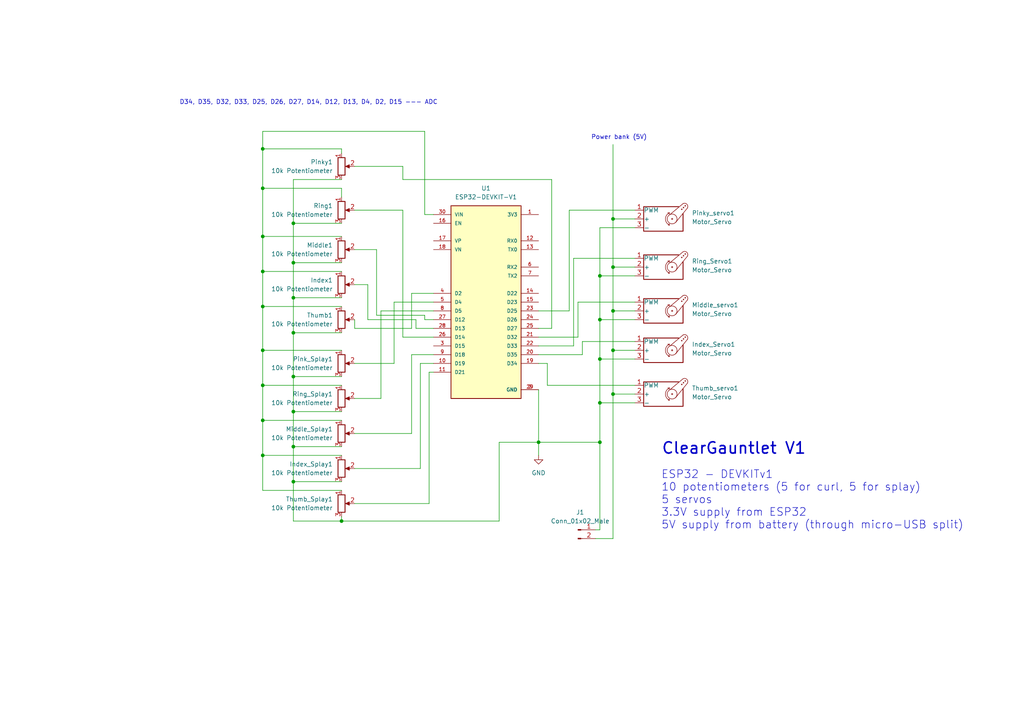
<source format=kicad_sch>
(kicad_sch (version 20211123) (generator eeschema)
  (paper "A4")
  (title_block (title "ClearGauntlet") (date "2022-10-31") (rev "v1"))
  (lib_symbols
    (symbol "Connector:Conn_01x02_Male" (pin_names (offset 1.016) hide)
      (property "Reference" "J" (at 0 2.54 0))
      (property "Value" "Conn_01x02_Male" (at 0 -5.08 0))
      (symbol "Conn_01x02_Male_1_1"
        (polyline (pts (xy 1.27 -2.54) (xy 0.8636 -2.54)) (stroke (width 0.1524)))
        (polyline (pts (xy 1.27 0) (xy 0.8636 0)) (stroke (width 0.1524)))
        (rectangle (start 0.8636 -2.413) (end 0 -2.667) (stroke (width 0.1524)) (fill (type outline)))
        (rectangle (start 0.8636 0.127) (end 0 -0.127) (stroke (width 0.1524)) (fill (type outline)))
        (pin passive line (at 5.08 0 180) (length 3.81) (name "Pin_1") (number "1"))
        (pin passive line (at 5.08 -2.54 180) (length 3.81) (name "Pin_2") (number "2"))
      )
    )
    (symbol "Device:R_Potentiometer" (pin_names (offset 1.016) hide)
      (property "Reference" "RV" (at -4.445 0 90))
      (property "Value" "R_Potentiometer" (at -2.54 0 90))
      (symbol "R_Potentiometer_0_1"
        (polyline (pts (xy 2.54 0) (xy 1.524 0)))
        (polyline (pts (xy 1.143 0) (xy 2.286 0.508) (xy 2.286 -0.508) (xy 1.143 0)) (fill (type outline)))
        (rectangle (start 1.016 2.54) (end -1.016 -2.54) (stroke (width 0.254)))
      )
      (symbol "R_Potentiometer_1_1"
        (pin passive line (at 0 3.81 270) (length 1.27) (name "1") (number "1"))
        (pin passive line (at 3.81 0 180) (length 1.27) (name "2") (number "2"))
        (pin passive line (at 0 -3.81 90) (length 1.27) (name "3") (number "3"))
      )
    )
    (symbol "ESP32-DEVKIT-V1:ESP32-DEVKIT-V1" (pin_names (offset 1.016))
      (property "Reference" "U" (at -10.16 30.48 0))
      (property "Value" "ESP32-DEVKIT-V1" (at -10.16 -30.48 0))
      (symbol "ESP32-DEVKIT-V1_0_0"
        (rectangle (start -10.16 -27.94) (end 10.16 27.94) (stroke (width 0.254)) (fill (type background)))
        (pin output line (at 15.24 25.4 180) (length 5.08) (name "3V3") (number "1"))
        (pin bidirectional line (at -15.24 -17.78 0) (length 5.08) (name "D19") (number "10"))
        (pin bidirectional line (at -15.24 -20.32 0) (length 5.08) (name "D21") (number "11"))
        (pin input line (at 15.24 17.78 180) (length 5.08) (name "RX0") (number "12"))
        (pin output line (at 15.24 15.24 180) (length 5.08) (name "TX0") (number "13"))
        (pin bidirectional line (at 15.24 2.54 180) (length 5.08) (name "D22") (number "14"))
        (pin bidirectional line (at 15.24 0 180) (length 5.08) (name "D23") (number "15"))
        (pin input line (at -15.24 22.86 0) (length 5.08) (name "EN") (number "16"))
        (pin bidirectional line (at -15.24 17.78 0) (length 5.08) (name "VP") (number "17"))
        (pin bidirectional line (at -15.24 15.24 0) (length 5.08) (name "VN") (number "18"))
        (pin bidirectional line (at 15.24 -17.78 180) (length 5.08) (name "D34") (number "19"))
        (pin power_in line (at 15.24 -25.4 180) (length 5.08) (name "GND") (number "2"))
        (pin bidirectional line (at 15.24 -15.24 180) (length 5.08) (name "D35") (number "20"))
        (pin bidirectional line (at 15.24 -10.16 180) (length 5.08) (name "D32") (number "21"))
        (pin bidirectional line (at 15.24 -12.7 180) (length 5.08) (name "D33") (number "22"))
        (pin bidirectional line (at 15.24 -2.54 180) (length 5.08) (name "D25") (number "23"))
        (pin bidirectional line (at 15.24 -5.08 180) (length 5.08) (name "D26") (number "24"))
        (pin bidirectional line (at 15.24 -7.62 180) (length 5.08) (name "D27") (number "25"))
        (pin bidirectional line (at -15.24 -10.16 0) (length 5.08) (name "D14") (number "26"))
        (pin bidirectional line (at -15.24 -5.08 0) (length 5.08) (name "D12") (number "27"))
        (pin bidirectional line (at -15.24 -7.62 0) (length 5.08) (name "D13") (number "28"))
        (pin power_in line (at 15.24 -25.4 180) (length 5.08) (name "GND") (number "29"))
        (pin bidirectional line (at -15.24 -12.7 0) (length 5.08) (name "D15") (number "3"))
        (pin input line (at -15.24 25.4 0) (length 5.08) (name "VIN") (number "30"))
        (pin bidirectional line (at -15.24 2.54 0) (length 5.08) (name "D2") (number "4"))
        (pin bidirectional line (at -15.24 0 0) (length 5.08) (name "D4") (number "5"))
        (pin input line (at 15.24 10.16 180) (length 5.08) (name "RX2") (number "6"))
        (pin output line (at 15.24 7.62 180) (length 5.08) (name "TX2") (number "7"))
        (pin bidirectional line (at -15.24 -2.54 0) (length 5.08) (name "D5") (number "8"))
        (pin bidirectional line (at -15.24 -15.24 0) (length 5.08) (name "D18") (number "9"))
      )
    )
    (symbol "Motor:Motor_Servo" (pin_names (offset 0.0254))
      (property "Reference" "M" (at -5.08 4.445 0))
      (property "Value" "Motor_Servo" (at -5.08 -4.064 0))
      (symbol "Motor_Servo_0_1"
        (polyline (pts (xy 2.413 -1.778) (xy 2.032 -1.778)))
        (polyline (pts (xy 2.413 -1.778) (xy 2.286 -1.397)))
        (polyline (pts (xy 2.413 1.778) (xy 1.905 1.778)))
        (polyline (pts (xy 2.413 1.778) (xy 2.286 1.397)))
        (polyline (pts (xy 6.35 4.445) (xy 2.54 1.27)))
        (polyline (pts (xy 7.62 3.175) (xy 4.191 -1.016)))
        (polyline (pts (xy 5.08 3.556) (xy -5.08 3.556) (xy -5.08 -3.556) (xy 6.35 -3.556) (xy 6.35 1.524)) (stroke (width 0.254)))
        (arc (start 2.413 1.778) (mid 1.2406 0) (end 2.413 -1.778))
        (circle (center 3.175 0) (radius 0.1778))
        (circle (center 3.175 0) (radius 1.4224))
        (circle (center 5.969 2.794) (radius 0.127))
        (circle (center 6.477 3.302) (radius 0.127))
        (circle (center 6.985 3.81) (radius 0.127))
        (arc (start 7.62 3.175) (mid 7.4485 4.2735) (end 6.35 4.445))
      )
      (symbol "Motor_Servo_1_1"
        (pin passive line (at -7.62 2.54 0) (length 2.54) (name "PWM") (number "1"))
        (pin passive line (at -7.62 0 0) (length 2.54) (name "+") (number "2"))
        (pin passive line (at -7.62 -2.54 0) (length 2.54) (name "-") (number "3"))
      )
    )
    (symbol "power:GND" (power) (pin_names (offset 0))
      (property "Value" "GND" (at 0 -3.81 0))
      (symbol "GND_0_1"
        (polyline (pts (xy 0 0) (xy 0 -1.27) (xy 1.27 -1.27) (xy 0 -2.54) (xy -1.27 -1.27) (xy 0 -1.27)))
      )
      (symbol "GND_1_1"
        (pin power_in line (at 0 0 270) (length 0) hide (name "GND") (number "1"))
      )
    )
  )
  (junction (at 173.99 116.84))
  (junction (at 177.8 77.47))
  (junction (at 76.2 101.6))
  (junction (at 76.2 121.92))
  (junction (at 76.2 54.61))
  (junction (at 85.09 76.2))
  (junction (at 76.2 88.9))
  (junction (at 99.06 151.13))
  (junction (at 177.8 63.5))
  (junction (at 173.99 128.27))
  (junction (at 76.2 43.18))
  (junction (at 76.2 132.08))
  (junction (at 85.09 64.77))
  (junction (at 76.2 78.74))
  (junction (at 85.09 86.36))
  (junction (at 85.09 96.52))
  (junction (at 177.8 114.3))
  (junction (at 85.09 119.38))
  (junction (at 85.09 139.7))
  (junction (at 177.8 101.6))
  (junction (at 173.99 92.71))
  (junction (at 76.2 111.76))
  (junction (at 85.09 109.22))
  (junction (at 156.21 128.27))
  (junction (at 85.09 129.54))
  (junction (at 177.8 90.17))
  (junction (at 173.99 104.14))
  (junction (at 76.2 68.58))
  (junction (at 173.99 80.01))
  (wire (pts (xy 116.84 97.79) (xy 125.73 97.79)))
  (wire (pts (xy 184.15 111.76) (xy 158.75 111.76)))
  (wire (pts (xy 76.2 38.1) (xy 123.19 38.1)))
  (wire (pts (xy 85.09 86.36) (xy 99.06 86.36)))
  (wire (pts (xy 76.2 142.24) (xy 99.06 142.24)))
  (wire (pts (xy 76.2 121.92) (xy 99.06 121.92)))
  (wire (pts (xy 106.68 92.71) (xy 120.65 92.71)))
  (wire (pts (xy 158.75 105.41) (xy 156.21 105.41)))
  (wire (pts (xy 102.87 48.26) (xy 116.84 48.26)))
  (wire (pts (xy 173.99 116.84) (xy 173.99 128.27)))
  (wire (pts (xy 114.3 87.63) (xy 125.73 87.63)))
  (wire (pts (xy 85.09 109.22) (xy 99.06 109.22)))
  (wire (pts (xy 85.09 139.7) (xy 85.09 151.13)))
  (wire (pts (xy 184.15 74.93) (xy 166.37 74.93)))
  (wire (pts (xy 85.09 52.07) (xy 99.06 52.07)))
  (wire (pts (xy 173.99 153.67) (xy 172.72 153.67)))
  (wire (pts (xy 76.2 78.74) (xy 99.06 78.74)))
  (wire (pts (xy 102.87 92.71) (xy 102.87 95.25)))
  (wire (pts (xy 85.09 139.7) (xy 99.06 139.7)))
  (wire (pts (xy 119.38 85.09) (xy 119.38 95.25)))
  (wire (pts (xy 114.3 105.41) (xy 114.3 87.63)))
  (wire (pts (xy 85.09 76.2) (xy 85.09 86.36)))
  (wire (pts (xy 184.15 80.01) (xy 173.99 80.01)))
  (wire (pts (xy 166.37 74.93) (xy 166.37 100.33)))
  (wire (pts (xy 116.84 52.07) (xy 160.02 52.07)))
  (wire (pts (xy 165.1 60.96) (xy 165.1 90.17)))
  (wire (pts (xy 184.15 60.96) (xy 165.1 60.96)))
  (wire (pts (xy 85.09 64.77) (xy 99.06 64.77)))
  (wire (pts (xy 121.92 105.41) (xy 121.92 135.89)))
  (wire (pts (xy 116.84 48.26) (xy 116.84 52.07)))
  (wire (pts (xy 76.2 38.1) (xy 76.2 43.18)))
  (wire (pts (xy 173.99 92.71) (xy 173.99 104.14)))
  (wire (pts (xy 99.06 57.15) (xy 99.06 54.61)))
  (wire (pts (xy 106.68 82.55) (xy 106.68 92.71)))
  (wire (pts (xy 160.02 52.07) (xy 160.02 95.25)))
  (wire (pts (xy 119.38 102.87) (xy 125.73 102.87)))
  (wire (pts (xy 168.91 99.06) (xy 168.91 102.87)))
  (wire (pts (xy 125.73 90.17) (xy 110.49 90.17)))
  (wire (pts (xy 85.09 96.52) (xy 85.09 109.22)))
  (wire (pts (xy 173.99 104.14) (xy 184.15 104.14)))
  (wire (pts (xy 109.22 91.44) (xy 123.19 91.44)))
  (wire (pts (xy 99.06 88.9) (xy 76.2 88.9)))
  (wire (pts (xy 123.19 38.1) (xy 123.19 62.23)))
  (wire (pts (xy 120.65 92.71) (xy 120.65 95.25)))
  (wire (pts (xy 144.78 151.13) (xy 144.78 128.27)))
  (wire (pts (xy 123.19 92.71) (xy 125.73 92.71)))
  (wire (pts (xy 177.8 114.3) (xy 184.15 114.3)))
  (wire (pts (xy 85.09 86.36) (xy 85.09 96.52)))
  (wire (pts (xy 76.2 54.61) (xy 76.2 68.58)))
  (wire (pts (xy 177.8 101.6) (xy 184.15 101.6)))
  (wire (pts (xy 119.38 125.73) (xy 119.38 102.87)))
  (wire (pts (xy 123.19 91.44) (xy 123.19 92.71)))
  (wire (pts (xy 177.8 63.5) (xy 177.8 77.47)))
  (wire (pts (xy 85.09 151.13) (xy 99.06 151.13)))
  (wire (pts (xy 124.46 107.95) (xy 125.73 107.95)))
  (wire (pts (xy 85.09 109.22) (xy 85.09 119.38)))
  (wire (pts (xy 156.21 113.03) (xy 156.21 128.27)))
  (wire (pts (xy 76.2 43.18) (xy 76.2 54.61)))
  (wire (pts (xy 76.2 68.58) (xy 99.06 68.58)))
  (wire (pts (xy 168.91 102.87) (xy 156.21 102.87)))
  (wire (pts (xy 184.15 66.04) (xy 173.99 66.04)))
  (wire (pts (xy 173.99 80.01) (xy 173.99 92.71)))
  (wire (pts (xy 76.2 101.6) (xy 76.2 111.76)))
  (wire (pts (xy 76.2 132.08) (xy 99.06 132.08)))
  (wire (pts (xy 85.09 119.38) (xy 99.06 119.38)))
  (wire (pts (xy 102.87 72.39) (xy 109.22 72.39)))
  (wire (pts (xy 76.2 121.92) (xy 76.2 132.08)))
  (wire (pts (xy 177.8 90.17) (xy 177.8 101.6)))
  (wire (pts (xy 99.06 151.13) (xy 144.78 151.13)))
  (wire (pts (xy 85.09 129.54) (xy 99.06 129.54)))
  (wire (pts (xy 173.99 116.84) (xy 184.15 116.84)))
  (wire (pts (xy 119.38 85.09) (xy 125.73 85.09)))
  (wire (pts (xy 99.06 151.13) (xy 99.06 149.86)))
  (wire (pts (xy 85.09 76.2) (xy 99.06 76.2)))
  (wire (pts (xy 76.2 88.9) (xy 76.2 101.6)))
  (wire (pts (xy 184.15 99.06) (xy 168.91 99.06)))
  (wire (pts (xy 76.2 111.76) (xy 76.2 121.92)))
  (wire (pts (xy 144.78 128.27) (xy 156.21 128.27)))
  (wire (pts (xy 177.8 90.17) (xy 184.15 90.17)))
  (wire (pts (xy 156.21 128.27) (xy 156.21 132.08)))
  (wire (pts (xy 76.2 101.6) (xy 99.06 101.6)))
  (wire (pts (xy 177.8 101.6) (xy 177.8 114.3)))
  (wire (pts (xy 160.02 95.25) (xy 156.21 95.25)))
  (wire (pts (xy 85.09 64.77) (xy 85.09 52.07)))
  (wire (pts (xy 76.2 54.61) (xy 99.06 54.61)))
  (wire (pts (xy 85.09 96.52) (xy 99.06 96.52)))
  (wire (pts (xy 124.46 107.95) (xy 124.46 146.05)))
  (wire (pts (xy 177.8 156.21) (xy 172.72 156.21)))
  (wire (pts (xy 85.09 64.77) (xy 85.09 76.2)))
  (wire (pts (xy 173.99 128.27) (xy 173.99 153.67)))
  (wire (pts (xy 76.2 68.58) (xy 76.2 78.74)))
  (wire (pts (xy 173.99 104.14) (xy 173.99 116.84)))
  (wire (pts (xy 173.99 92.71) (xy 184.15 92.71)))
  (wire (pts (xy 99.06 43.18) (xy 76.2 43.18)))
  (wire (pts (xy 167.64 97.79) (xy 156.21 97.79)))
  (wire (pts (xy 119.38 125.73) (xy 102.87 125.73)))
  (wire (pts (xy 125.73 105.41) (xy 121.92 105.41)))
  (wire (pts (xy 167.64 87.63) (xy 167.64 97.79)))
  (wire (pts (xy 156.21 90.17) (xy 165.1 90.17)))
  (wire (pts (xy 173.99 128.27) (xy 156.21 128.27)))
  (wire (pts (xy 102.87 82.55) (xy 106.68 82.55)))
  (wire (pts (xy 109.22 72.39) (xy 109.22 91.44)))
  (wire (pts (xy 166.37 100.33) (xy 156.21 100.33)))
  (wire (pts (xy 158.75 111.76) (xy 158.75 105.41)))
  (wire (pts (xy 99.06 44.45) (xy 99.06 43.18)))
  (wire (pts (xy 119.38 95.25) (xy 102.87 95.25)))
  (wire (pts (xy 110.49 90.17) (xy 110.49 115.57)))
  (wire (pts (xy 76.2 132.08) (xy 76.2 142.24)))
  (wire (pts (xy 120.65 95.25) (xy 125.73 95.25)))
  (wire (pts (xy 177.8 41.91) (xy 177.8 63.5)))
  (wire (pts (xy 102.87 105.41) (xy 114.3 105.41)))
  (wire (pts (xy 121.92 135.89) (xy 102.87 135.89)))
  (wire (pts (xy 110.49 115.57) (xy 102.87 115.57)))
  (wire (pts (xy 184.15 87.63) (xy 167.64 87.63)))
  (wire (pts (xy 177.8 77.47) (xy 177.8 90.17)))
  (wire (pts (xy 102.87 146.05) (xy 124.46 146.05)))
  (wire (pts (xy 173.99 66.04) (xy 173.99 80.01)))
  (wire (pts (xy 102.87 60.96) (xy 116.84 60.96)))
  (wire (pts (xy 116.84 60.96) (xy 116.84 97.79)))
  (wire (pts (xy 85.09 129.54) (xy 85.09 139.7)))
  (wire (pts (xy 184.15 63.5) (xy 177.8 63.5)))
  (wire (pts (xy 85.09 119.38) (xy 85.09 129.54)))
  (wire (pts (xy 76.2 78.74) (xy 76.2 88.9)))
  (wire (pts (xy 177.8 77.47) (xy 184.15 77.47)))
  (wire (pts (xy 123.19 62.23) (xy 125.73 62.23)))
  (wire (pts (xy 177.8 114.3) (xy 177.8 156.21)))
  (wire (pts (xy 76.2 111.76) (xy 99.06 111.76)))
  (text "D34, D35, D32, D33, D25, D26, D27, D14, D12, D13, D4, D2, D15 --- ADC" (at 52.07 30.48 0) (effects (font (size 1.27 1.27)) (justify left bottom)))
  (text "ClearGauntlet V1\n" (at 191.77 132.08 0) (effects (font (size 3.27 3.27) (thickness 0.454) bold) (justify left bottom)))
  (text "ESP32 - DEVKITv1\n10 potentiometers (5 for curl, 5 for splay)\n5 servos \n3.3V supply from ESP32\n5V supply from battery (through micro-USB split)" (at 191.77 153.67 0) (effects (font (size 2.27 2.27)) (justify left bottom)))
  (text "Power bank (5V)" (at 171.45 40.64 0) (effects (font (size 1.27 1.27)) (justify left bottom)))
  (symbol (lib_id "Motor:Motor_Servo") (at 191.77 114.3 0) (unit 1)
    (property "Reference" "Thumb_servo1" (at 200.66 112.5965 0) (effects (justify left)))
    (property "Value" "Motor_Servo" (at 200.66 115.1365 0) (effects (justify left)))
    (property "Footprint" "Connector_PinHeader_2.54mm:PinHeader_1x03_P2.54mm_Vertical" (effects hide))
    (property "Datasheet" "http://forums.parallax.com/uploads/attachments/46831/74481.png" (effects hide))
  )
  (symbol (lib_id "power:GND") (at 156.21 132.08 0) (unit 1)
    (property "Reference" "#PWR0101" (effects hide))
    (property "Value" "GND" (at 156.21 137.16 0))
  )
  (symbol (lib_id "Device:R_Potentiometer") (at 99.06 146.05 0) (unit 1)
    (property "Reference" "Thumb_Splay1" (at 96.52 144.7799 0) (effects (justify right)))
    (property "Value" "10k Potentiometer" (at 96.52 147.3199 0) (effects (justify right)))
    (property "Footprint" "Connector_PinHeader_2.54mm:PinHeader_1x03_P2.54mm_Vertical" (effects hide))
  )
  (symbol (lib_id "Device:R_Potentiometer") (at 99.06 105.41 0) (unit 1)
    (property "Reference" "Pink_Splay1" (at 96.52 104.1399 0) (effects (justify right)))
    (property "Value" "10k Potentiometer" (at 96.52 106.6799 0) (effects (justify right)))
    (property "Footprint" "Connector_PinHeader_2.54mm:PinHeader_1x03_P2.54mm_Vertical" (effects hide))
  )
  (symbol (lib_id "Device:R_Potentiometer") (at 99.06 92.71 0) (unit 1)
    (property "Reference" "Thumb1" (at 96.52 91.4399 0) (effects (justify right)))
    (property "Value" "10k Potentiometer" (at 96.52 93.9799 0) (effects (justify right)))
    (property "Footprint" "Connector_PinHeader_2.54mm:PinHeader_1x03_P2.54mm_Vertical" (effects hide))
  )
  (symbol (lib_id "Motor:Motor_Servo") (at 191.77 101.6 0) (unit 1)
    (property "Reference" "Index_Servo1" (at 200.66 99.8965 0) (effects (justify left)))
    (property "Value" "Motor_Servo" (at 200.66 102.4365 0) (effects (justify left)))
    (property "Footprint" "Connector_PinHeader_2.54mm:PinHeader_1x03_P2.54mm_Vertical" (effects hide))
    (property "Datasheet" "http://forums.parallax.com/uploads/attachments/46831/74481.png" (effects hide))
  )
  (symbol (lib_id "Device:R_Potentiometer") (at 99.06 82.55 0) (unit 1)
    (property "Reference" "Index1" (at 96.52 81.2799 0) (effects (justify right)))
    (property "Value" "10k Potentiometer" (at 96.52 83.8199 0) (effects (justify right)))
    (property "Footprint" "Connector_PinHeader_2.54mm:PinHeader_1x03_P2.54mm_Vertical" (effects hide))
  )
  (symbol (lib_id "Device:R_Potentiometer") (at 99.06 125.73 0) (unit 1)
    (property "Reference" "Middle_Splay1" (at 96.52 124.4599 0) (effects (justify right)))
    (property "Value" "10k Potentiometer" (at 96.52 126.9999 0) (effects (justify right)))
    (property "Footprint" "Connector_PinHeader_2.54mm:PinHeader_1x03_P2.54mm_Vertical" (effects hide))
  )
  (symbol (lib_id "Device:R_Potentiometer") (at 99.06 60.96 0) (unit 1)
    (property "Reference" "Ring1" (at 96.52 59.6899 0) (effects (justify right)))
    (property "Value" "10k Potentiometer" (at 96.52 62.2299 0) (effects (justify right)))
    (property "Footprint" "Connector_PinHeader_2.54mm:PinHeader_1x03_P2.54mm_Vertical" (effects hide))
  )
  (symbol (lib_id "Motor:Motor_Servo") (at 191.77 90.17 0) (unit 1)
    (property "Reference" "Middle_servo1" (at 200.66 88.4665 0) (effects (justify left)))
    (property "Value" "Motor_Servo" (at 200.66 91.0065 0) (effects (justify left)))
    (property "Footprint" "Connector_PinHeader_2.54mm:PinHeader_1x03_P2.54mm_Vertical" (effects hide))
    (property "Datasheet" "http://forums.parallax.com/uploads/attachments/46831/74481.png" (effects hide))
  )
  (symbol (lib_id "Motor:Motor_Servo") (at 191.77 63.5 0) (unit 1)
    (property "Reference" "Pinky_servo1" (at 200.66 61.7965 0) (effects (justify left)))
    (property "Value" "Motor_Servo" (at 200.66 64.3365 0) (effects (justify left)))
    (property "Footprint" "Connector_PinHeader_2.54mm:PinHeader_1x03_P2.54mm_Vertical" (effects hide))
    (property "Datasheet" "http://forums.parallax.com/uploads/attachments/46831/74481.png" (effects hide))
  )
  (symbol (lib_id "Device:R_Potentiometer") (at 99.06 115.57 0) (unit 1)
    (property "Reference" "Ring_Splay1" (at 96.52 114.2999 0) (effects (justify right)))
    (property "Value" "10k Potentiometer" (at 96.52 116.8399 0) (effects (justify right)))
    (property "Footprint" "Connector_PinHeader_2.54mm:PinHeader_1x03_P2.54mm_Vertical" (effects hide))
  )
  (symbol (lib_id "Connector:Conn_01x02_Male") (at 167.64 153.67 0) (unit 1)
    (property "Reference" "J1" (at 168.275 148.59 0))
    (property "Value" "Conn_01x02_Male" (at 168.275 151.13 0))
    (property "Footprint" "Connector_PinHeader_2.54mm:PinHeader_1x02_P2.54mm_Vertical" (effects hide))
  )
  (symbol (lib_id "ESP32-DEVKIT-V1:ESP32-DEVKIT-V1") (at 140.97 87.63 0) (unit 1)
    (property "Reference" "U1" (at 140.97 54.61 0))
    (property "Value" "ESP32-DEVKIT-V1" (at 140.97 57.15 0))
    (property "Footprint" "ESP32-DEVKIT-V1:MODULE_ESP32_DEVKIT_V1" (effects hide))
    (property "PARTREV" "N/A" (effects hide))
    (property "MAXIMUM_PACKAGE_HEIGHT" "6.8 mm" (effects hide))
    (property "STANDARD" "Manufacturer Recommendations" (effects hide))
    (property "MANUFACTURER" "DOIT" (effects hide))
  )
  (symbol (lib_id "Device:R_Potentiometer") (at 99.06 72.39 0) (unit 1)
    (property "Reference" "Middle1" (at 96.52 71.1199 0) (effects (justify right)))
    (property "Value" "10k Potentiometer" (at 96.52 73.6599 0) (effects (justify right)))
    (property "Footprint" "Connector_PinHeader_2.54mm:PinHeader_1x03_P2.54mm_Vertical" (effects hide))
  )
  (symbol (lib_id "Device:R_Potentiometer") (at 99.06 135.89 0) (unit 1)
    (property "Reference" "Index_Splay1" (at 96.52 134.6199 0) (effects (justify right)))
    (property "Value" "10k Potentiometer" (at 96.52 137.1599 0) (effects (justify right)))
    (property "Footprint" "Connector_PinHeader_2.54mm:PinHeader_1x03_P2.54mm_Vertical" (effects hide))
  )
  (symbol (lib_id "Device:R_Potentiometer") (at 99.06 48.26 0) (unit 1)
    (property "Reference" "Pinky1" (at 96.52 46.9899 0) (effects (justify right)))
    (property "Value" "10k Potentiometer" (at 96.52 49.5299 0) (effects (justify right)))
    (property "Footprint" "Connector_PinHeader_2.54mm:PinHeader_1x03_P2.54mm_Vertical" (effects hide))
  )
  (symbol (lib_id "Motor:Motor_Servo") (at 191.77 77.47 0) (unit 1)
    (property "Reference" "Ring_Servo1" (at 200.66 75.7665 0) (effects (justify left)))
    (property "Value" "Motor_Servo" (at 200.66 78.3065 0) (effects (justify left)))
    (property "Footprint" "Connector_PinHeader_2.54mm:PinHeader_1x03_P2.54mm_Vertical" (effects hide))
    (property "Datasheet" "http://forums.parallax.com/uploads/attachments/46831/74481.png" (effects hide))
  )
)
</source>
